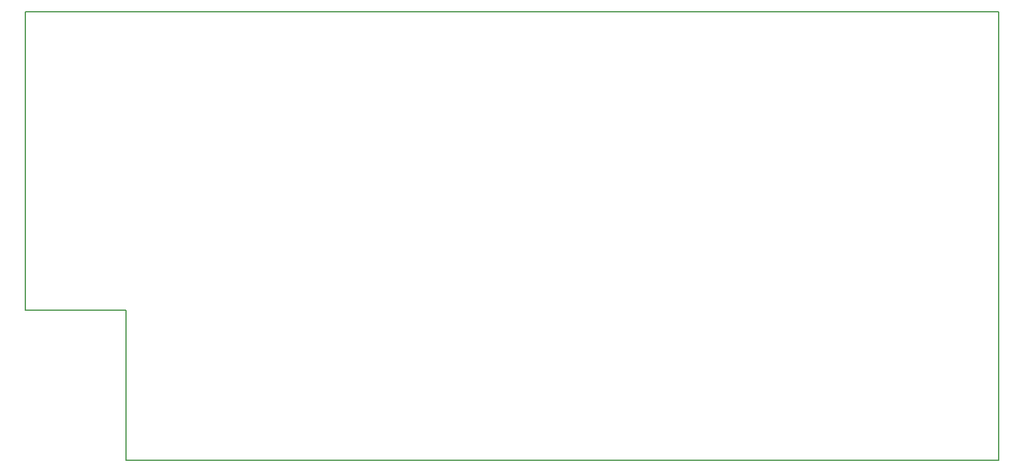
<source format=gko>
G04*
G04 #@! TF.GenerationSoftware,Altium Limited,Altium Designer,21.0.8 (223)*
G04*
G04 Layer_Color=16711935*
%FSLAX44Y44*%
%MOMM*%
G71*
G04*
G04 #@! TF.SameCoordinates,CF40DC4F-38BD-4AEA-854D-D5A68E69FAB1*
G04*
G04*
G04 #@! TF.FilePolarity,Positive*
G04*
G01*
G75*
%ADD11C,0.2000*%
D11*
X145000Y-0D02*
Y215500D01*
X-0D02*
X145000D01*
X-0D02*
X0Y645000D01*
X145000Y-0D02*
X1400000Y0D01*
X0Y645000D02*
X1400000D01*
X1400000Y0D01*
M02*

</source>
